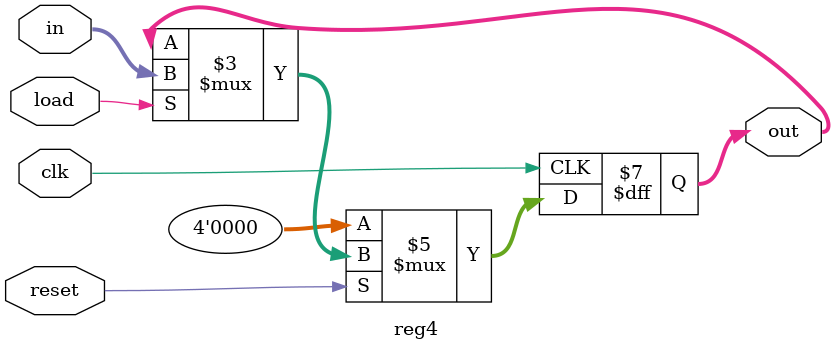
<source format=v>
module reg4 (in, load, clk, reset, out);
 parameter n=4;
 input clk, reset,load;
 input wire [n-1:0] in;

 output reg [n-1:0] out;




always @(posedge clk) begin
if (reset == 1)
	out = load ? in : out;
else
	out = 4'b0000;
end


endmodule


</source>
